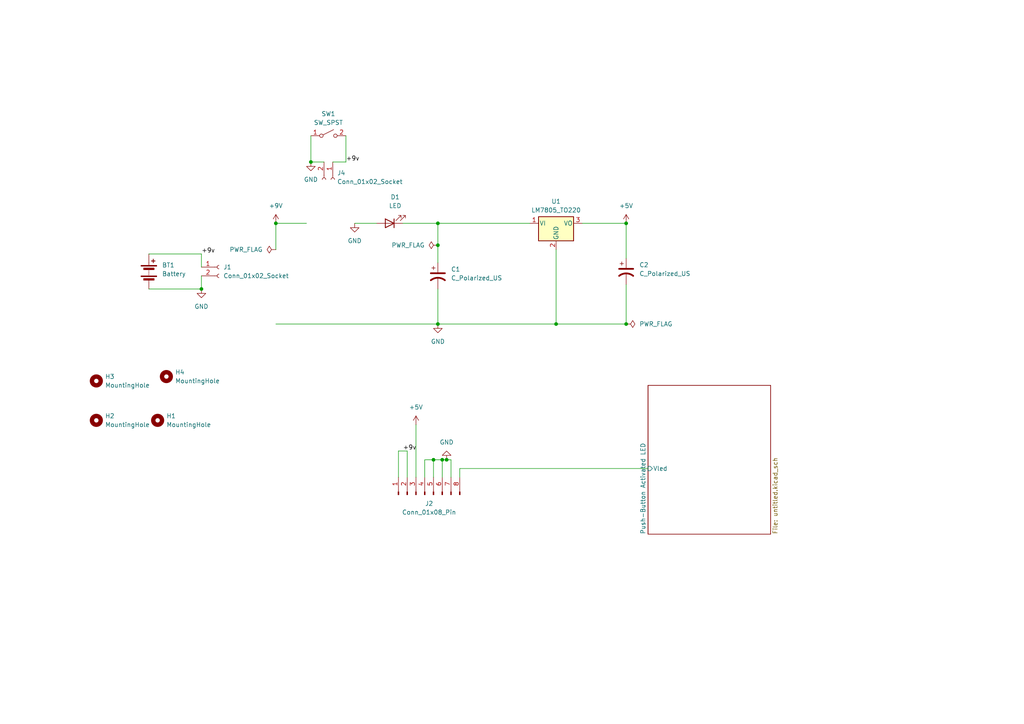
<source format=kicad_sch>
(kicad_sch (version 20230121) (generator eeschema)
  (paper "A4")
  (lib_symbols
    (symbol "Connector:Conn_01x02_Socket" (pin_names (offset 1.016) hide)
      (property "Reference" "J" (at 0 2.54 0))
      (property "Value" "Conn_01x02_Socket" (at 0 -5.08 0))
      (symbol "Conn_01x02_Socket_1_1"
        (arc (start 0 -2.032) (mid -0.5058 -2.54) (end 0 -3.048) (stroke (width 0.1524)))
        (polyline (pts (xy -1.27 -2.54) (xy -0.508 -2.54)) (stroke (width 0.1524)))
        (polyline (pts (xy -1.27 0) (xy -0.508 0)) (stroke (width 0.1524)))
        (arc (start 0 0.508) (mid -0.5058 0) (end 0 -0.508) (stroke (width 0.1524)))
        (pin passive line (at -5.08 0 0) (length 3.81) (name "Pin_1") (number "1"))
        (pin passive line (at -5.08 -2.54 0) (length 3.81) (name "Pin_2") (number "2"))
      )
    )
    (symbol "Connector:Conn_01x08_Pin" (pin_names (offset 1.016) hide)
      (property "Reference" "J" (at 0 10.16 0))
      (property "Value" "Conn_01x08_Pin" (at 0 -12.7 0))
      (symbol "Conn_01x08_Pin_1_1"
        (polyline (pts (xy 1.27 -10.16) (xy 0.8636 -10.16)) (stroke (width 0.1524)))
        (polyline (pts (xy 1.27 -7.62) (xy 0.8636 -7.62)) (stroke (width 0.1524)))
        (polyline (pts (xy 1.27 -5.08) (xy 0.8636 -5.08)) (stroke (width 0.1524)))
        (polyline (pts (xy 1.27 -2.54) (xy 0.8636 -2.54)) (stroke (width 0.1524)))
        (polyline (pts (xy 1.27 0) (xy 0.8636 0)) (stroke (width 0.1524)))
        (polyline (pts (xy 1.27 2.54) (xy 0.8636 2.54)) (stroke (width 0.1524)))
        (polyline (pts (xy 1.27 5.08) (xy 0.8636 5.08)) (stroke (width 0.1524)))
        (polyline (pts (xy 1.27 7.62) (xy 0.8636 7.62)) (stroke (width 0.1524)))
        (rectangle (start 0.8636 -10.033) (end 0 -10.287) (stroke (width 0.1524)) (fill (type outline)))
        (rectangle (start 0.8636 -7.493) (end 0 -7.747) (stroke (width 0.1524)) (fill (type outline)))
        (rectangle (start 0.8636 -4.953) (end 0 -5.207) (stroke (width 0.1524)) (fill (type outline)))
        (rectangle (start 0.8636 -2.413) (end 0 -2.667) (stroke (width 0.1524)) (fill (type outline)))
        (rectangle (start 0.8636 0.127) (end 0 -0.127) (stroke (width 0.1524)) (fill (type outline)))
        (rectangle (start 0.8636 2.667) (end 0 2.413) (stroke (width 0.1524)) (fill (type outline)))
        (rectangle (start 0.8636 5.207) (end 0 4.953) (stroke (width 0.1524)) (fill (type outline)))
        (rectangle (start 0.8636 7.747) (end 0 7.493) (stroke (width 0.1524)) (fill (type outline)))
        (pin passive line (at 5.08 7.62 180) (length 3.81) (name "Pin_1") (number "1"))
        (pin passive line (at 5.08 5.08 180) (length 3.81) (name "Pin_2") (number "2"))
        (pin passive line (at 5.08 2.54 180) (length 3.81) (name "Pin_3") (number "3"))
        (pin passive line (at 5.08 0 180) (length 3.81) (name "Pin_4") (number "4"))
        (pin passive line (at 5.08 -2.54 180) (length 3.81) (name "Pin_5") (number "5"))
        (pin passive line (at 5.08 -5.08 180) (length 3.81) (name "Pin_6") (number "6"))
        (pin passive line (at 5.08 -7.62 180) (length 3.81) (name "Pin_7") (number "7"))
        (pin passive line (at 5.08 -10.16 180) (length 3.81) (name "Pin_8") (number "8"))
      )
    )
    (symbol "Device:Battery" (pin_numbers hide) (pin_names (offset 0) hide)
      (property "Reference" "BT" (at 2.54 2.54 0))
      (property "Value" "Battery" (at 2.54 0 0))
      (symbol "Battery_0_1"
        (rectangle (start -2.286 -1.27) (end 2.286 -1.524) (fill (type outline)))
        (rectangle (start -2.286 1.778) (end 2.286 1.524) (fill (type outline)))
        (rectangle (start -1.524 -2.032) (end 1.524 -2.54) (fill (type outline)))
        (rectangle (start -1.524 1.016) (end 1.524 0.508) (fill (type outline)))
        (polyline (pts (xy 0 -1.016) (xy 0 -0.762)))
        (polyline (pts (xy 0 -0.508) (xy 0 -0.254)))
        (polyline (pts (xy 0 0) (xy 0 0.254)))
        (polyline (pts (xy 0 1.778) (xy 0 2.54)))
        (polyline (pts (xy 0.762 3.048) (xy 1.778 3.048)) (stroke (width 0.254)))
        (polyline (pts (xy 1.27 3.556) (xy 1.27 2.54)) (stroke (width 0.254)))
      )
      (symbol "Battery_1_1"
        (pin passive line (at 0 5.08 270) (length 2.54) (name "+") (number "1"))
        (pin passive line (at 0 -5.08 90) (length 2.54) (name "-") (number "2"))
      )
    )
    (symbol "Device:C_Polarized_US" (pin_numbers hide) (pin_names (offset 0.254) hide)
      (property "Reference" "C" (at 0.635 2.54 0))
      (property "Value" "C_Polarized_US" (at 0.635 -2.54 0))
      (symbol "C_Polarized_US_0_1"
        (polyline (pts (xy -2.032 0.762) (xy 2.032 0.762)) (stroke (width 0.508)))
        (polyline (pts (xy -1.778 2.286) (xy -0.762 2.286)))
        (polyline (pts (xy -1.27 1.778) (xy -1.27 2.794)))
        (arc (start 2.032 -1.27) (mid 0 -0.5572) (end -2.032 -1.27) (stroke (width 0.508)))
      )
      (symbol "C_Polarized_US_1_1"
        (pin passive line (at 0 3.81 270) (length 2.794) (name "~") (number "1"))
        (pin passive line (at 0 -3.81 90) (length 3.302) (name "~") (number "2"))
      )
    )
    (symbol "Device:LED" (pin_numbers hide) (pin_names (offset 1.016) hide)
      (property "Reference" "D" (at 0 2.54 0))
      (property "Value" "LED" (at 0 -2.54 0))
      (symbol "LED_0_1"
        (polyline (pts (xy -1.27 -1.27) (xy -1.27 1.27)) (stroke (width 0.254)))
        (polyline (pts (xy -1.27 0) (xy 1.27 0)))
        (polyline (pts (xy 1.27 -1.27) (xy 1.27 1.27) (xy -1.27 0) (xy 1.27 -1.27)) (stroke (width 0.254)))
        (polyline (pts (xy -3.048 -0.762) (xy -4.572 -2.286) (xy -3.81 -2.286) (xy -4.572 -2.286) (xy -4.572 -1.524)))
        (polyline (pts (xy -1.778 -0.762) (xy -3.302 -2.286) (xy -2.54 -2.286) (xy -3.302 -2.286) (xy -3.302 -1.524)))
      )
      (symbol "LED_1_1"
        (pin passive line (at -3.81 0 0) (length 2.54) (name "K") (number "1"))
        (pin passive line (at 3.81 0 180) (length 2.54) (name "A") (number "2"))
      )
    )
    (symbol "Mechanical:MountingHole" (pin_names (offset 1.016))
      (property "Reference" "H" (at 0 5.08 0))
      (property "Value" "MountingHole" (at 0 3.175 0))
      (symbol "MountingHole_0_1"
        (circle (center 0 0) (radius 1.27) (stroke (width 1.27)))
      )
    )
    (symbol "Regulator_Linear:LM7805_TO220" (pin_names (offset 0.254))
      (property "Reference" "U" (at -3.81 3.175 0))
      (property "Value" "LM7805_TO220" (at 0 3.175 0))
      (symbol "LM7805_TO220_0_1"
        (rectangle (start -5.08 1.905) (end 5.08 -5.08) (stroke (width 0.254)) (fill (type background)))
      )
      (symbol "LM7805_TO220_1_1"
        (pin power_in line (at -7.62 0 0) (length 2.54) (name "VI") (number "1"))
        (pin power_in line (at 0 -7.62 90) (length 2.54) (name "GND") (number "2"))
        (pin power_out line (at 7.62 0 180) (length 2.54) (name "VO") (number "3"))
      )
    )
    (symbol "Switch:SW_SPST" (pin_names (offset 0) hide)
      (property "Reference" "SW" (at 0 3.175 0))
      (property "Value" "SW_SPST" (at 0 -2.54 0))
      (symbol "SW_SPST_0_0"
        (circle (center -2.032 0) (radius 0.508))
        (polyline (pts (xy -1.524 0.254) (xy 1.524 1.778)))
        (circle (center 2.032 0) (radius 0.508))
      )
      (symbol "SW_SPST_1_1"
        (pin passive line (at -5.08 0 0) (length 2.54) (name "A") (number "1"))
        (pin passive line (at 5.08 0 180) (length 2.54) (name "B") (number "2"))
      )
    )
    (symbol "power:+5V" (power) (pin_names (offset 0))
      (property "Value" "+5V" (at 0 3.556 0))
      (symbol "+5V_0_1"
        (polyline (pts (xy -0.762 1.27) (xy 0 2.54)))
        (polyline (pts (xy 0 0) (xy 0 2.54)))
        (polyline (pts (xy 0 2.54) (xy 0.762 1.27)))
      )
      (symbol "+5V_1_1"
        (pin power_in line (at 0 0 90) (length 0) hide (name "+5V") (number "1"))
      )
    )
    (symbol "power:+9V" (power) (pin_names (offset 0))
      (property "Value" "+9V" (at 0 3.556 0))
      (symbol "+9V_0_1"
        (polyline (pts (xy -0.762 1.27) (xy 0 2.54)))
        (polyline (pts (xy 0 0) (xy 0 2.54)))
        (polyline (pts (xy 0 2.54) (xy 0.762 1.27)))
      )
      (symbol "+9V_1_1"
        (pin power_in line (at 0 0 90) (length 0) hide (name "+9V") (number "1"))
      )
    )
    (symbol "power:GND" (power) (pin_names (offset 0))
      (property "Value" "GND" (at 0 -3.81 0))
      (symbol "GND_0_1"
        (polyline (pts (xy 0 0) (xy 0 -1.27) (xy 1.27 -1.27) (xy 0 -2.54) (xy -1.27 -1.27) (xy 0 -1.27)))
      )
      (symbol "GND_1_1"
        (pin power_in line (at 0 0 270) (length 0) hide (name "GND") (number "1"))
      )
    )
    (symbol "power:PWR_FLAG" (power) (pin_numbers hide) (pin_names (offset 0) hide)
      (property "Value" "PWR_FLAG" (at 0 3.81 0))
      (symbol "PWR_FLAG_0_0"
        (pin power_out line (at 0 0 90) (length 0) (name "pwr") (number "1"))
      )
      (symbol "PWR_FLAG_0_1"
        (polyline (pts (xy 0 0) (xy 0 1.27) (xy -1.016 1.905) (xy 0 2.54) (xy 1.016 1.905) (xy 0 1.27)))
      )
    )
  )
  (junction (at 128.27 133.35))
  (junction (at 161.29 93.98))
  (junction (at 90.17 46.99))
  (junction (at 127 71.12))
  (junction (at 181.61 93.98))
  (junction (at 80.01 64.77))
  (junction (at 127 93.98))
  (junction (at 181.61 64.77))
  (junction (at 125.73 133.35))
  (junction (at 129.54 133.35))
  (junction (at 58.42 83.82))
  (junction (at 127 64.77))
  (wire (pts (xy 181.61 93.98) (xy 181.61 82.55)))
  (wire (pts (xy 115.57 130.81) (xy 115.57 138.43)))
  (wire (pts (xy 80.01 64.77) (xy 80.01 72.39)))
  (wire (pts (xy 181.61 74.93) (xy 181.61 64.77)))
  (wire (pts (xy 133.35 135.89) (xy 187.96 135.89)))
  (wire (pts (xy 80.01 93.98) (xy 127 93.98)))
  (wire (pts (xy 127 93.98) (xy 161.29 93.98)))
  (wire (pts (xy 130.81 133.35) (xy 129.54 133.35)))
  (wire (pts (xy 133.35 138.43) (xy 133.35 135.89)))
  (wire (pts (xy 181.61 64.77) (xy 168.91 64.77)))
  (wire (pts (xy 125.73 138.43) (xy 125.73 133.35)))
  (wire (pts (xy 128.27 133.35) (xy 129.54 133.35)))
  (wire (pts (xy 127 71.12) (xy 127 64.77)))
  (wire (pts (xy 100.33 46.99) (xy 96.52 46.99)))
  (wire (pts (xy 100.33 39.37) (xy 100.33 46.99)))
  (wire (pts (xy 90.17 46.99) (xy 93.98 46.99)))
  (wire (pts (xy 43.18 83.82) (xy 58.42 83.82)))
  (wire (pts (xy 43.18 73.66) (xy 58.42 73.66)))
  (wire (pts (xy 88.9 64.77) (xy 80.01 64.77)))
  (wire (pts (xy 120.65 123.19) (xy 120.65 138.43)))
  (wire (pts (xy 130.81 138.43) (xy 130.81 133.35)))
  (wire (pts (xy 125.73 133.35) (xy 128.27 133.35)))
  (wire (pts (xy 127 64.77) (xy 153.67 64.77)))
  (wire (pts (xy 127 83.82) (xy 127 93.98)))
  (wire (pts (xy 127 76.2) (xy 127 71.12)))
  (wire (pts (xy 115.57 130.81) (xy 118.11 130.81)))
  (wire (pts (xy 118.11 130.81) (xy 118.11 138.43)))
  (wire (pts (xy 123.19 138.43) (xy 123.19 133.35)))
  (wire (pts (xy 123.19 133.35) (xy 125.73 133.35)))
  (wire (pts (xy 161.29 72.39) (xy 161.29 93.98)))
  (wire (pts (xy 102.87 64.77) (xy 109.22 64.77)))
  (wire (pts (xy 58.42 83.82) (xy 58.42 80.01)))
  (wire (pts (xy 58.42 73.66) (xy 58.42 77.47)))
  (wire (pts (xy 161.29 93.98) (xy 181.61 93.98)))
  (wire (pts (xy 128.27 138.43) (xy 128.27 133.35)))
  (wire (pts (xy 116.84 64.77) (xy 127 64.77)))
  (wire (pts (xy 90.17 39.37) (xy 90.17 46.99)))
  (label "+9v" (at 116.84 130.81 0))
  (label "+9v" (at 58.42 73.66 0))
  (label "+9v" (at 100.33 46.99 0))
  (symbol (lib_id "power:+9V") (at 80.01 64.77 0) (unit 1)
    (property "Reference" "#PWR01" (effects hide))
    (property "Value" "+9V" (at 80.01 59.69 0))
  )
  (symbol (lib_id "power:GND") (at 102.87 64.77 0) (unit 1)
    (property "Reference" "#PWR09" (effects hide))
    (property "Value" "GND" (at 102.87 69.85 0))
  )
  (symbol (lib_id "Connector:Conn_01x02_Socket") (at 63.5 77.47 0) (unit 1) (on_board no)
    (property "Reference" "J1" (at 64.77 77.47 0) (effects (justify left)))
    (property "Value" "Conn_01x02_Socket" (at 64.77 80.01 0) (effects (justify left)))
    (property "Footprint" "Connector_PinHeader_2.54mm:PinHeader_1x02_P2.54mm_Vertical" (effects hide))
  )
  (symbol (lib_id "power:PWR_FLAG") (at 181.61 93.98 270) (unit 1)
    (property "Reference" "#FLG02" (effects hide))
    (property "Value" "PWR_FLAG" (at 185.42 93.98 90) (effects (justify left)))
  )
  (symbol (lib_id "Device:C_Polarized_US") (at 181.61 78.74 0) (unit 1)
    (property "Reference" "C2" (at 185.42 76.835 0) (effects (justify left)))
    (property "Value" "C_Polarized_US" (at 185.42 79.375 0) (effects (justify left)))
    (property "Footprint" "Capacitor_THT:CP_Axial_L10.0mm_D4.5mm_P15.00mm_Horizontal" (effects hide))
  )
  (symbol (lib_id "power:GND") (at 127 93.98 0) (unit 1)
    (property "Reference" "#PWR03" (effects hide))
    (property "Value" "GND" (at 127 99.06 0))
  )
  (symbol (lib_id "power:+5V") (at 120.65 123.19 0) (unit 1)
    (property "Reference" "#PWR013" (effects hide))
    (property "Value" "+5V" (at 120.65 118.11 0))
  )
  (symbol (lib_id "Device:LED") (at 113.03 64.77 180) (unit 1)
    (property "Reference" "D1" (at 114.6175 57.15 0))
    (property "Value" "LED" (at 114.6175 59.69 0))
    (property "Footprint" "LED_THT:LED_D3.0mm_Horizontal_O1.27mm_Z10.0mm" (effects hide))
  )
  (symbol (lib_id "power:GND") (at 58.42 83.82 0) (unit 1) (on_board no)
    (property "Reference" "#PWR04" (effects hide))
    (property "Value" "GND" (at 58.42 88.9 0))
  )
  (symbol (lib_id "Device:C_Polarized_US") (at 127 80.01 0) (unit 1)
    (property "Reference" "C1" (at 130.81 78.105 0) (effects (justify left)))
    (property "Value" "C_Polarized_US" (at 130.81 80.645 0) (effects (justify left)))
    (property "Footprint" "Capacitor_THT:CP_Axial_L10.0mm_D4.5mm_P15.00mm_Horizontal" (effects hide))
  )
  (symbol (lib_id "Mechanical:MountingHole") (at 27.94 121.92 0) (unit 1)
    (property "Reference" "H2" (at 30.48 120.65 0) (effects (justify left)))
    (property "Value" "MountingHole" (at 30.48 123.19 0) (effects (justify left)))
    (property "Footprint" "MountingHole:MountingHole_2.2mm_M2" (effects hide))
  )
  (symbol (lib_id "Mechanical:MountingHole") (at 27.94 110.49 0) (unit 1)
    (property "Reference" "H3" (at 30.48 109.22 0) (effects (justify left)))
    (property "Value" "MountingHole" (at 30.48 111.76 0) (effects (justify left)))
    (property "Footprint" "MountingHole:MountingHole_2.2mm_M2" (effects hide))
  )
  (symbol (lib_id "Switch:SW_SPST") (at 95.25 39.37 0) (unit 1)
    (property "Reference" "SW1" (at 95.25 33.02 0))
    (property "Value" "SW_SPST" (at 95.25 35.56 0))
    (property "Footprint" "Button_Switch_THT:SW_DIP_SPSTx01_Piano_10.8x4.1mm_W7.62mm_P2.54mm" (effects hide))
  )
  (symbol (lib_id "Mechanical:MountingHole") (at 48.26 109.22 0) (unit 1)
    (property "Reference" "H4" (at 50.8 107.95 0) (effects (justify left)))
    (property "Value" "MountingHole" (at 50.8 110.49 0) (effects (justify left)))
    (property "Footprint" "MountingHole:MountingHole_2.2mm_M2" (effects hide))
  )
  (symbol (lib_id "Connector:Conn_01x08_Pin") (at 123.19 143.51 90) (unit 1)
    (property "Reference" "J2" (at 124.46 146.05 90))
    (property "Value" "Conn_01x08_Pin" (at 124.46 148.59 90))
    (property "Footprint" "Connector_PinHeader_2.54mm:PinHeader_1x08_P2.54mm_Vertical" (effects hide))
  )
  (symbol (lib_id "power:PWR_FLAG") (at 127 71.12 90) (unit 1)
    (property "Reference" "#FLG01" (effects hide))
    (property "Value" "PWR_FLAG" (at 123.19 71.12 90) (effects (justify left)))
  )
  (symbol (lib_id "Regulator_Linear:LM7805_TO220") (at 161.29 64.77 0) (unit 1)
    (property "Reference" "U1" (at 161.29 58.42 0))
    (property "Value" "LM7805_TO220" (at 161.29 60.96 0))
    (property "Footprint" "Package_TO_SOT_THT:TO-220-3_Vertical" (effects hide))
    (property "Datasheet" "https://www.onsemi.cn/PowerSolutions/document/MC7800-D.PDF" (effects hide))
  )
  (symbol (lib_id "power:GND") (at 129.54 133.35 0) (mirror x) (unit 1) (on_board no)
    (property "Reference" "#PWR05" (effects hide))
    (property "Value" "GND" (at 129.54 128.27 0))
  )
  (symbol (lib_id "Connector:Conn_01x02_Socket") (at 96.52 52.07 270) (unit 1) (on_board no)
    (property "Reference" "J4" (at 97.79 50.165 90) (effects (justify left)))
    (property "Value" "Conn_01x02_Socket" (at 97.79 52.705 90) (effects (justify left)))
  )
  (symbol (lib_id "power:GND") (at 90.17 46.99 0) (unit 1) (on_board no)
    (property "Reference" "#PWR08" (effects hide))
    (property "Value" "GND" (at 90.17 52.07 0))
  )
  (symbol (lib_id "power:PWR_FLAG") (at 80.01 72.39 90) (unit 1)
    (property "Reference" "#FLG03" (effects hide))
    (property "Value" "PWR_FLAG" (at 76.2 72.39 90) (effects (justify left)))
  )
  (symbol (lib_id "Mechanical:MountingHole") (at 45.72 121.92 0) (unit 1)
    (property "Reference" "H1" (at 48.26 120.65 0) (effects (justify left)))
    (property "Value" "MountingHole" (at 48.26 123.19 0) (effects (justify left)))
    (property "Footprint" "MountingHole:MountingHole_2.2mm_M2" (effects hide))
  )
  (symbol (lib_id "Device:Battery") (at 43.18 78.74 0) (unit 1) (on_board no)
    (property "Reference" "BT1" (at 46.99 76.8985 0) (effects (justify left)))
    (property "Value" "Battery" (at 46.99 79.4385 0) (effects (justify left)))
  )
  (symbol (lib_id "power:+5V") (at 181.61 64.77 0) (unit 1)
    (property "Reference" "#PWR02" (effects hide))
    (property "Value" "+5V" (at 181.61 59.69 0))
  )
  (sheet (at 187.96 111.76) (size 35.56 43.18) (stroke (width 0.1524))
    (property "Sheetname" "Push-Button Activated LED" (at 187.2484 154.94 90) (effects (justify left bottom)))
    (property "Sheetfile" "untitled.kicad_sch" (at 224.1046 154.94 90) (effects (justify left top)))
    (pin "Vled" input (at 187.96 135.89 180))
  )
)
</source>
